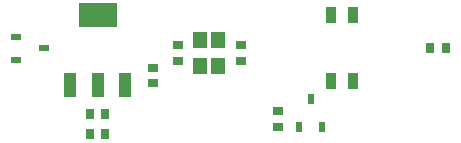
<source format=gbp>
%FSTAX23Y23*%
%MOIN*%
%SFA1B1*%

%IPPOS*%
%ADD16R,0.027560X0.037400*%
%ADD17R,0.037400X0.027560*%
%ADD48R,0.037400X0.055120*%
%ADD49R,0.023620X0.035430*%
%ADD50R,0.035430X0.023620*%
%ADD51R,0.047240X0.055120*%
%ADD52R,0.127950X0.084650*%
%ADD53R,0.039370X0.084650*%
%LNmidi_stick-1*%
%LPD*%
G54D16*
X04484Y02935D03*
X04535D03*
X03349Y02715D03*
X034D03*
X03349Y0265D03*
X034D03*
G54D17*
X03975Y02725D03*
Y02674D03*
X0356Y0287D03*
Y02819D03*
X03852Y02945D03*
Y02894D03*
X03642Y02945D03*
Y02894D03*
G54D48*
X04226Y03045D03*
X04153D03*
X04226Y02825D03*
X04153D03*
G54D49*
X04085Y02765D03*
X04047Y02674D03*
X04122D03*
G54D50*
X03195Y02935D03*
X03104Y02972D03*
Y02897D03*
G54D51*
X03778Y02876D03*
X03715D03*
X03778Y02963D03*
X03715D03*
G54D52*
X03375Y03045D03*
G54D53*
X03284Y02814D03*
X03375D03*
X03465D03*
M02*
</source>
